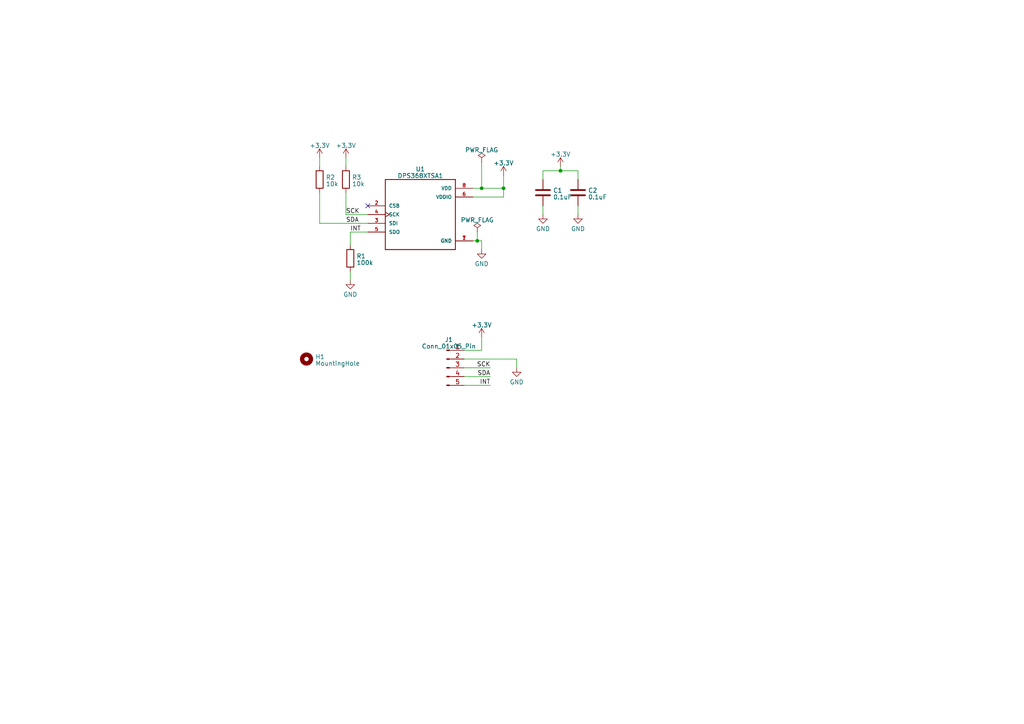
<source format=kicad_sch>
(kicad_sch (version 20230121) (generator eeschema)
  (paper "A4")
  (lib_symbols
    (symbol "Connector:Conn_01x05_Pin" (pin_names (offset 1.016) hide)
      (property "Reference" "J" (at 0 7.62 0))
      (property "Value" "Conn_01x05_Pin" (at 0 -7.62 0))
      (symbol "Conn_01x05_Pin_1_1"
        (polyline (pts (xy 1.27 -5.08) (xy 0.8636 -5.08)) (stroke (width 0.1524)))
        (polyline (pts (xy 1.27 -2.54) (xy 0.8636 -2.54)) (stroke (width 0.1524)))
        (polyline (pts (xy 1.27 0) (xy 0.8636 0)) (stroke (width 0.1524)))
        (polyline (pts (xy 1.27 2.54) (xy 0.8636 2.54)) (stroke (width 0.1524)))
        (polyline (pts (xy 1.27 5.08) (xy 0.8636 5.08)) (stroke (width 0.1524)))
        (rectangle (start 0.8636 -4.953) (end 0 -5.207) (stroke (width 0.1524)) (fill (type outline)))
        (rectangle (start 0.8636 -2.413) (end 0 -2.667) (stroke (width 0.1524)) (fill (type outline)))
        (rectangle (start 0.8636 0.127) (end 0 -0.127) (stroke (width 0.1524)) (fill (type outline)))
        (rectangle (start 0.8636 2.667) (end 0 2.413) (stroke (width 0.1524)) (fill (type outline)))
        (rectangle (start 0.8636 5.207) (end 0 4.953) (stroke (width 0.1524)) (fill (type outline)))
        (pin passive line (at 5.08 5.08 180) (length 3.81) (name "Pin_1") (number "1"))
        (pin passive line (at 5.08 2.54 180) (length 3.81) (name "Pin_2") (number "2"))
        (pin passive line (at 5.08 0 180) (length 3.81) (name "Pin_3") (number "3"))
        (pin passive line (at 5.08 -2.54 180) (length 3.81) (name "Pin_4") (number "4"))
        (pin passive line (at 5.08 -5.08 180) (length 3.81) (name "Pin_5") (number "5"))
      )
    )
    (symbol "DPS368XTSA1:DPS368XTSA1" (pin_names (offset 1.016))
      (property "Reference" "U" (at -10.16 10.922 0))
      (property "Value" "DPS368XTSA1" (at -10.16 -12.7 0))
      (symbol "DPS368XTSA1_0_0"
        (polyline (pts (xy -10.16 -10.16) (xy -10.16 10.16)) (stroke (width 0.254)))
        (polyline (pts (xy -10.16 10.16) (xy 10.16 10.16)) (stroke (width 0.254)))
        (polyline (pts (xy 10.16 -10.16) (xy -10.16 -10.16)) (stroke (width 0.254)))
        (polyline (pts (xy 10.16 10.16) (xy 10.16 -10.16)) (stroke (width 0.254)))
        (pin power_in line (at 15.24 -7.62 180) (length 5.08) (name "GND") (number "1"))
        (pin input line (at -15.24 2.54 0) (length 5.08) (name "CSB") (number "2"))
        (pin input line (at -15.24 -2.54 0) (length 5.08) (name "SDI") (number "3"))
        (pin input clock (at -15.24 0 0) (length 5.08) (name "SCK") (number "4"))
        (pin output line (at -15.24 -5.08 0) (length 5.08) (name "SDO") (number "5"))
        (pin power_in line (at 15.24 5.08 180) (length 5.08) (name "VDDIO") (number "6"))
        (pin power_in line (at 15.24 -7.62 180) (length 5.08) (name "GND") (number "7"))
        (pin power_in line (at 15.24 7.62 180) (length 5.08) (name "VDD") (number "8"))
      )
    )
    (symbol "Device:C" (pin_numbers hide) (pin_names (offset 0.254))
      (property "Reference" "C" (at 0.635 2.54 0))
      (property "Value" "C" (at 0.635 -2.54 0))
      (symbol "C_0_1"
        (polyline (pts (xy -2.032 -0.762) (xy 2.032 -0.762)) (stroke (width 0.508)))
        (polyline (pts (xy -2.032 0.762) (xy 2.032 0.762)) (stroke (width 0.508)))
      )
      (symbol "C_1_1"
        (pin passive line (at 0 3.81 270) (length 2.794) (name "~") (number "1"))
        (pin passive line (at 0 -3.81 90) (length 2.794) (name "~") (number "2"))
      )
    )
    (symbol "Device:R" (pin_numbers hide) (pin_names (offset 0))
      (property "Reference" "R" (at 2.032 0 90))
      (property "Value" "R" (at 0 0 90))
      (symbol "R_0_1"
        (rectangle (start -1.016 -2.54) (end 1.016 2.54) (stroke (width 0.254)))
      )
      (symbol "R_1_1"
        (pin passive line (at 0 3.81 270) (length 1.27) (name "~") (number "1"))
        (pin passive line (at 0 -3.81 90) (length 1.27) (name "~") (number "2"))
      )
    )
    (symbol "Mechanical:MountingHole" (pin_names (offset 1.016))
      (property "Reference" "H" (at 0 5.08 0))
      (property "Value" "MountingHole" (at 0 3.175 0))
      (symbol "MountingHole_0_1"
        (circle (center 0 0) (radius 1.27) (stroke (width 1.27)))
      )
    )
    (symbol "power:+3.3V" (power) (pin_names (offset 0))
      (property "Value" "+3.3V" (at 0 3.556 0))
      (symbol "+3.3V_0_1"
        (polyline (pts (xy -0.762 1.27) (xy 0 2.54)))
        (polyline (pts (xy 0 0) (xy 0 2.54)))
        (polyline (pts (xy 0 2.54) (xy 0.762 1.27)))
      )
      (symbol "+3.3V_1_1"
        (pin power_in line (at 0 0 90) (length 0) hide (name "+3.3V") (number "1"))
      )
    )
    (symbol "power:GND" (power) (pin_names (offset 0))
      (property "Value" "GND" (at 0 -3.81 0))
      (symbol "GND_0_1"
        (polyline (pts (xy 0 0) (xy 0 -1.27) (xy 1.27 -1.27) (xy 0 -2.54) (xy -1.27 -1.27) (xy 0 -1.27)))
      )
      (symbol "GND_1_1"
        (pin power_in line (at 0 0 270) (length 0) hide (name "GND") (number "1"))
      )
    )
    (symbol "power:PWR_FLAG" (power) (pin_numbers hide) (pin_names (offset 0) hide)
      (property "Value" "PWR_FLAG" (at 0 3.81 0))
      (symbol "PWR_FLAG_0_0"
        (pin power_out line (at 0 0 90) (length 0) (name "pwr") (number "1"))
      )
      (symbol "PWR_FLAG_0_1"
        (polyline (pts (xy 0 0) (xy 0 1.27) (xy -1.016 1.905) (xy 0 2.54) (xy 1.016 1.905) (xy 0 1.27)))
      )
    )
  )
  (junction (at 162.56 49.53))
  (junction (at 138.43 69.85))
  (junction (at 146.05 54.61))
  (junction (at 139.7 54.61))
  (no_connect (at 106.68 59.69))
  (wire (pts (xy 138.43 67.31) (xy 138.43 69.85)))
  (wire (pts (xy 138.43 69.85) (xy 139.7 69.85)))
  (wire (pts (xy 101.6 67.31) (xy 106.68 67.31)))
  (wire (pts (xy 162.56 49.53) (xy 162.56 48.26)))
  (wire (pts (xy 137.16 69.85) (xy 138.43 69.85)))
  (wire (pts (xy 134.62 106.68) (xy 142.24 106.68)))
  (wire (pts (xy 167.64 49.53) (xy 162.56 49.53)))
  (wire (pts (xy 146.05 54.61) (xy 146.05 50.8)))
  (wire (pts (xy 106.68 64.77) (xy 92.71 64.77)))
  (wire (pts (xy 146.05 57.15) (xy 146.05 54.61)))
  (wire (pts (xy 134.62 101.6) (xy 139.7 101.6)))
  (wire (pts (xy 139.7 46.99) (xy 139.7 54.61)))
  (wire (pts (xy 106.68 62.23) (xy 100.33 62.23)))
  (wire (pts (xy 100.33 62.23) (xy 100.33 55.88)))
  (wire (pts (xy 134.62 111.76) (xy 142.24 111.76)))
  (wire (pts (xy 101.6 78.74) (xy 101.6 81.28)))
  (wire (pts (xy 167.64 52.07) (xy 167.64 49.53)))
  (wire (pts (xy 149.86 104.14) (xy 149.86 106.68)))
  (wire (pts (xy 137.16 54.61) (xy 139.7 54.61)))
  (wire (pts (xy 157.48 52.07) (xy 157.48 49.53)))
  (wire (pts (xy 92.71 64.77) (xy 92.71 55.88)))
  (wire (pts (xy 101.6 71.12) (xy 101.6 67.31)))
  (wire (pts (xy 134.62 104.14) (xy 149.86 104.14)))
  (wire (pts (xy 100.33 45.72) (xy 100.33 48.26)))
  (wire (pts (xy 157.48 59.69) (xy 157.48 62.23)))
  (wire (pts (xy 139.7 69.85) (xy 139.7 72.39)))
  (wire (pts (xy 92.71 45.72) (xy 92.71 48.26)))
  (wire (pts (xy 139.7 54.61) (xy 146.05 54.61)))
  (wire (pts (xy 167.64 59.69) (xy 167.64 62.23)))
  (wire (pts (xy 139.7 101.6) (xy 139.7 97.79)))
  (wire (pts (xy 157.48 49.53) (xy 162.56 49.53)))
  (wire (pts (xy 137.16 57.15) (xy 146.05 57.15)))
  (wire (pts (xy 134.62 109.22) (xy 142.24 109.22)))
  (label "INT" (at 142.24 111.76 180))
  (label "SDA" (at 142.24 109.22 180))
  (label "SCK" (at 142.24 106.68 180))
  (label "INT" (at 101.6 67.31 0))
  (label "SDA" (at 100.33 64.77 0))
  (label "SCK" (at 100.33 62.23 0))
  (symbol (lib_id "Device:C") (at 167.64 55.88 0) (unit 1)
    (property "Reference" "C2" (at 170.561 55.2363 0) (effects (justify left)))
    (property "Value" "0.1uF" (at 170.561 57.1573 0) (effects (justify left)))
    (property "Footprint" "Capacitor_SMD:C_0603_1608Metric" (effects hide))
  )
  (symbol (lib_id "power:+3.3V") (at 139.7 97.79 0) (unit 1)
    (property "Reference" "#PWR08" (effects hide))
    (property "Value" "+3.3V" (at 139.7 94.2881 0))
  )
  (symbol (lib_id "power:+3.3V") (at 162.56 48.26 0) (unit 1)
    (property "Reference" "#PWR04" (effects hide))
    (property "Value" "+3.3V" (at 162.56 44.7581 0))
  )
  (symbol (lib_id "power:+3.3V") (at 92.71 45.72 0) (unit 1)
    (property "Reference" "#PWR09" (effects hide))
    (property "Value" "+3.3V" (at 92.71 42.2181 0))
  )
  (symbol (lib_id "power:PWR_FLAG") (at 139.7 46.99 0) (unit 1)
    (property "Reference" "#FLG03" (effects hide))
    (property "Value" "PWR_FLAG" (at 139.7 43.4881 0))
  )
  (symbol (lib_id "power:PWR_FLAG") (at 138.43 67.31 0) (unit 1)
    (property "Reference" "#FLG02" (effects hide))
    (property "Value" "PWR_FLAG" (at 138.43 63.8081 0))
  )
  (symbol (lib_id "Connector:Conn_01x05_Pin") (at 129.54 106.68 0) (unit 1)
    (property "Reference" "J1" (at 130.175 98.5139 0))
    (property "Value" "Conn_01x05_Pin" (at 130.175 100.4349 0))
    (property "Footprint" "Connector_PinSocket_2.54mm:PinSocket_1x05_P2.54mm_Vertical" (effects hide))
  )
  (symbol (lib_id "Device:R") (at 92.71 52.07 0) (unit 1)
    (property "Reference" "R2" (at 94.488 51.4263 0) (effects (justify left)))
    (property "Value" "10k" (at 94.488 53.3473 0) (effects (justify left)))
    (property "Footprint" "Resistor_SMD:R_0603_1608Metric" (effects hide))
  )
  (symbol (lib_id "power:+3.3V") (at 100.33 45.72 0) (unit 1)
    (property "Reference" "#PWR010" (effects hide))
    (property "Value" "+3.3V" (at 100.33 42.2181 0))
  )
  (symbol (lib_id "power:GND") (at 149.86 106.68 0) (unit 1)
    (property "Reference" "#PWR07" (effects hide))
    (property "Value" "GND" (at 149.86 110.8155 0))
  )
  (symbol (lib_id "Device:R") (at 101.6 74.93 0) (unit 1)
    (property "Reference" "R1" (at 103.378 74.2863 0) (effects (justify left)))
    (property "Value" "100k" (at 103.378 76.2073 0) (effects (justify left)))
    (property "Footprint" "Resistor_SMD:R_0603_1608Metric" (effects hide))
  )
  (symbol (lib_id "power:GND") (at 139.7 72.39 0) (unit 1)
    (property "Reference" "#PWR02" (effects hide))
    (property "Value" "GND" (at 139.7 76.5255 0))
  )
  (symbol (lib_id "Device:R") (at 100.33 52.07 0) (unit 1)
    (property "Reference" "R3" (at 102.108 51.4263 0) (effects (justify left)))
    (property "Value" "10k" (at 102.108 53.3473 0) (effects (justify left)))
    (property "Footprint" "Resistor_SMD:R_0603_1608Metric" (effects hide))
  )
  (symbol (lib_id "DPS368XTSA1:DPS368XTSA1") (at 121.92 62.23 0) (unit 1)
    (property "Reference" "U1" (at 121.92 49.0601 0))
    (property "Value" "DPS368XTSA1" (at 121.92 50.9811 0))
    (property "Footprint" "DPS368XTSA1:XDCR_DPS368XTSA1" (effects hide))
    (property "Datasheet" "VFLGA-8 Infineon Technologies" (effects hide))
  )
  (symbol (lib_id "power:GND") (at 157.48 62.23 0) (unit 1)
    (property "Reference" "#PWR05" (effects hide))
    (property "Value" "GND" (at 157.48 66.3655 0))
  )
  (symbol (lib_id "power:+3.3V") (at 146.05 50.8 0) (unit 1)
    (property "Reference" "#PWR01" (effects hide))
    (property "Value" "+3.3V" (at 146.05 47.2981 0))
  )
  (symbol (lib_id "Mechanical:MountingHole") (at 88.9 104.14 0) (unit 1)
    (property "Reference" "H1" (at 91.44 103.4963 0) (effects (justify left)))
    (property "Value" "MountingHole" (at 91.44 105.4173 0) (effects (justify left)))
    (property "Footprint" "MountingHole:MountingHole_2.5mm_Pad_Via" (effects hide))
  )
  (symbol (lib_id "power:GND") (at 167.64 62.23 0) (unit 1)
    (property "Reference" "#PWR06" (effects hide))
    (property "Value" "GND" (at 167.64 66.3655 0))
  )
  (symbol (lib_id "power:GND") (at 101.6 81.28 0) (unit 1)
    (property "Reference" "#PWR03" (effects hide))
    (property "Value" "GND" (at 101.6 85.4155 0))
  )
  (symbol (lib_id "Device:C") (at 157.48 55.88 0) (unit 1)
    (property "Reference" "C1" (at 160.401 55.2363 0) (effects (justify left)))
    (property "Value" "0.1uF" (at 160.401 57.1573 0) (effects (justify left)))
    (property "Footprint" "Capacitor_SMD:C_0603_1608Metric" (effects hide))
  )
)
</source>
